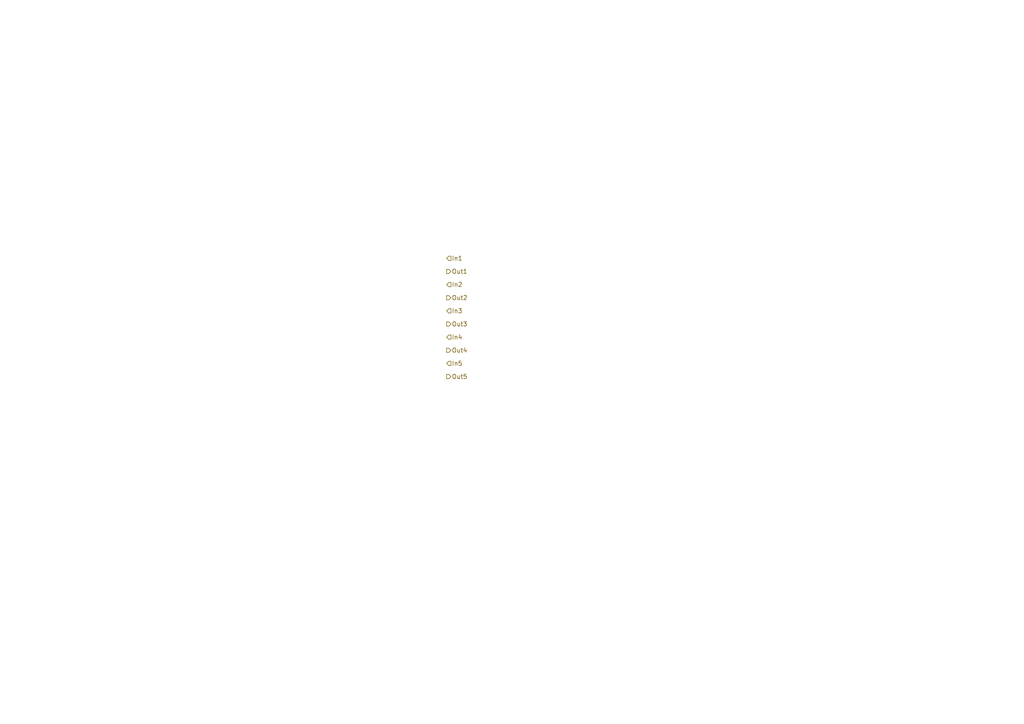
<source format=kicad_sch>
(kicad_sch
	(version 20231120)
	(generator "eeschema")
	(generator_version "8.0")
	(uuid "f7699b28-dfd0-4530-8f0c-9aa463992e8a")
	(paper "A4")
	(lib_symbols)
	(hierarchical_label "Out1"
		(shape output)
		(at 129.54 78.74 0)
		(fields_autoplaced yes)
		(effects
			(font
				(size 1.27 1.27)
			)
			(justify left)
		)
		(uuid "0498f53c-6978-4069-9956-675b0a641e47")
	)
	(hierarchical_label "In5"
		(shape input)
		(at 129.54 105.41 0)
		(fields_autoplaced yes)
		(effects
			(font
				(size 1.27 1.27)
			)
			(justify left)
		)
		(uuid "29c39b7b-92fd-482f-9edb-d68887dced0b")
	)
	(hierarchical_label "In4"
		(shape input)
		(at 129.54 97.79 0)
		(fields_autoplaced yes)
		(effects
			(font
				(size 1.27 1.27)
			)
			(justify left)
		)
		(uuid "2db6de00-df4a-415e-8827-e03d90a05302")
	)
	(hierarchical_label "In3"
		(shape input)
		(at 129.54 90.17 0)
		(fields_autoplaced yes)
		(effects
			(font
				(size 1.27 1.27)
			)
			(justify left)
		)
		(uuid "4209c756-5ab1-4b1c-8464-705d28a30fab")
	)
	(hierarchical_label "Out5"
		(shape output)
		(at 129.54 109.22 0)
		(fields_autoplaced yes)
		(effects
			(font
				(size 1.27 1.27)
			)
			(justify left)
		)
		(uuid "a94b841e-46db-431e-b75a-ad7ee7edc37b")
	)
	(hierarchical_label "Out3"
		(shape output)
		(at 129.54 93.98 0)
		(fields_autoplaced yes)
		(effects
			(font
				(size 1.27 1.27)
			)
			(justify left)
		)
		(uuid "b58c7a67-3380-4ff4-a8f8-26e66fe3873b")
	)
	(hierarchical_label "Out2"
		(shape output)
		(at 129.54 86.36 0)
		(fields_autoplaced yes)
		(effects
			(font
				(size 1.27 1.27)
			)
			(justify left)
		)
		(uuid "bc38bbb6-fab1-447a-a612-9a6cb9d87c43")
	)
	(hierarchical_label "Out4"
		(shape output)
		(at 129.54 101.6 0)
		(fields_autoplaced yes)
		(effects
			(font
				(size 1.27 1.27)
			)
			(justify left)
		)
		(uuid "cf1c70ee-73c6-4451-8b57-eb95d505787b")
	)
	(hierarchical_label "In2"
		(shape input)
		(at 129.54 82.55 0)
		(fields_autoplaced yes)
		(effects
			(font
				(size 1.27 1.27)
			)
			(justify left)
		)
		(uuid "ddb45c3a-4d68-4b40-8c86-30be270d019f")
	)
	(hierarchical_label "In1"
		(shape input)
		(at 129.54 74.93 0)
		(fields_autoplaced yes)
		(effects
			(font
				(size 1.27 1.27)
			)
			(justify left)
		)
		(uuid "e44a1585-8c10-44c0-a92a-108762b14d04")
	)
)

</source>
